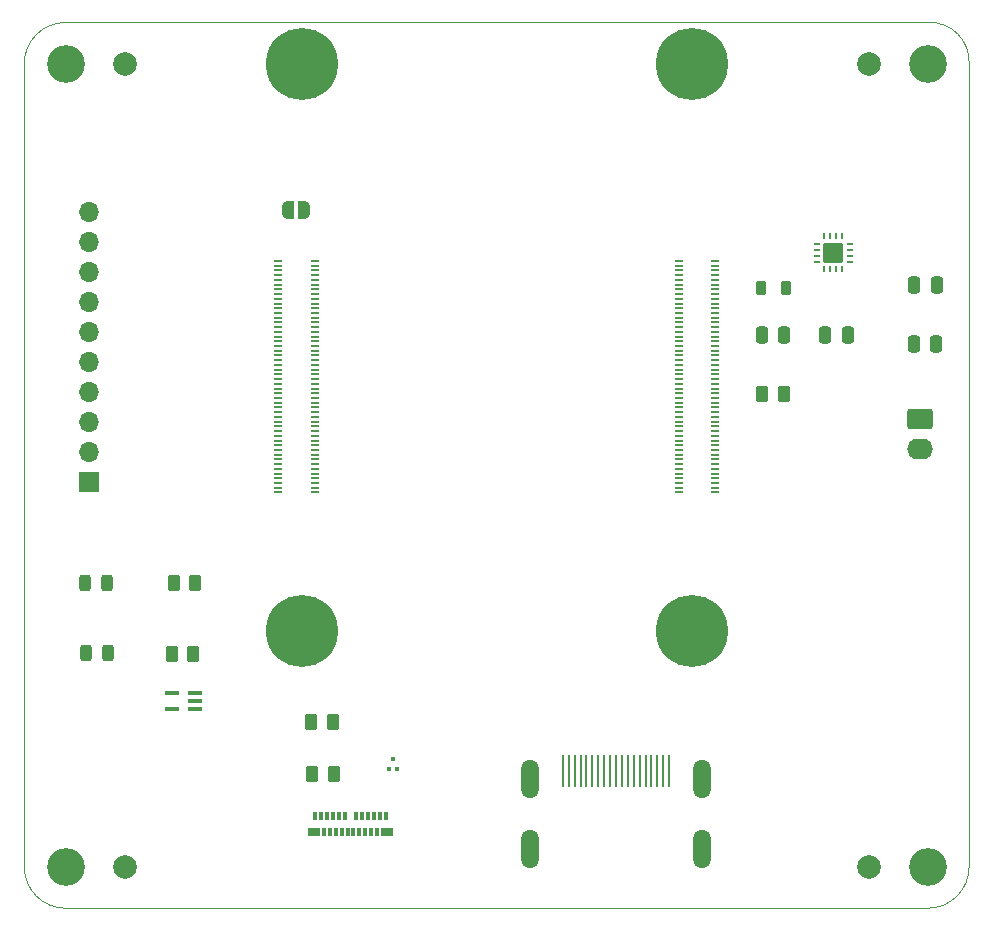
<source format=gts>
%TF.GenerationSoftware,KiCad,Pcbnew,(5.99.0-9568-gb9d26a55f2)*%
%TF.CreationDate,2021-03-08T15:42:01+01:00*%
%TF.ProjectId,cm4_cb_use_v01,636d345f-6362-45f7-9573-655f7630312e,v01*%
%TF.SameCoordinates,PXa0d7c80PY44cb540*%
%TF.FileFunction,Soldermask,Top*%
%TF.FilePolarity,Negative*%
%FSLAX46Y46*%
G04 Gerber Fmt 4.6, Leading zero omitted, Abs format (unit mm)*
G04 Created by KiCad (PCBNEW (5.99.0-9568-gb9d26a55f2)) date 2021-03-08 15:42:01*
%MOMM*%
%LPD*%
G01*
G04 APERTURE LIST*
G04 Aperture macros list*
%AMRoundRect*
0 Rectangle with rounded corners*
0 $1 Rounding radius*
0 $2 $3 $4 $5 $6 $7 $8 $9 X,Y pos of 4 corners*
0 Add a 4 corners polygon primitive as box body*
4,1,4,$2,$3,$4,$5,$6,$7,$8,$9,$2,$3,0*
0 Add four circle primitives for the rounded corners*
1,1,$1+$1,$2,$3*
1,1,$1+$1,$4,$5*
1,1,$1+$1,$6,$7*
1,1,$1+$1,$8,$9*
0 Add four rect primitives between the rounded corners*
20,1,$1+$1,$2,$3,$4,$5,0*
20,1,$1+$1,$4,$5,$6,$7,0*
20,1,$1+$1,$6,$7,$8,$9,0*
20,1,$1+$1,$8,$9,$2,$3,0*%
%AMFreePoly0*
4,1,22,0.500000,-0.750000,0.000000,-0.750000,0.000000,-0.745033,-0.079941,-0.743568,-0.215256,-0.701293,-0.333266,-0.622738,-0.424486,-0.514219,-0.481581,-0.384460,-0.499164,-0.250000,-0.500000,-0.250000,-0.500000,0.250000,-0.499164,0.250000,-0.499963,0.256109,-0.478152,0.396186,-0.417904,0.524511,-0.324060,0.630769,-0.204165,0.706417,-0.067858,0.745374,0.000000,0.744959,0.000000,0.750000,
0.500000,0.750000,0.500000,-0.750000,0.500000,-0.750000,$1*%
%AMFreePoly1*
4,1,20,0.000000,0.744959,0.073905,0.744508,0.209726,0.703889,0.328688,0.626782,0.421226,0.519385,0.479903,0.390333,0.500000,0.250000,0.500000,-0.250000,0.499851,-0.262216,0.476331,-0.402017,0.414519,-0.529596,0.319384,-0.634700,0.198574,-0.708877,0.061801,-0.746166,0.000000,-0.745033,0.000000,-0.750000,-0.500000,-0.750000,-0.500000,0.750000,0.000000,0.750000,0.000000,0.744959,
0.000000,0.744959,$1*%
G04 Aperture macros list end*
%TA.AperFunction,Profile*%
%ADD10C,0.100000*%
%TD*%
%ADD11C,2.000000*%
%ADD12RoundRect,0.250000X-0.250000X-0.475000X0.250000X-0.475000X0.250000X0.475000X-0.250000X0.475000X0*%
%ADD13RoundRect,0.243750X0.243750X0.456250X-0.243750X0.456250X-0.243750X-0.456250X0.243750X-0.456250X0*%
%ADD14R,0.300000X0.300000*%
%ADD15R,0.300000X0.700000*%
%ADD16R,1.000000X0.700000*%
%ADD17RoundRect,0.250000X-0.262500X-0.450000X0.262500X-0.450000X0.262500X0.450000X-0.262500X0.450000X0*%
%ADD18R,1.190000X0.400000*%
%ADD19FreePoly0,180.000000*%
%ADD20FreePoly1,180.000000*%
%ADD21RoundRect,0.218750X0.218750X0.381250X-0.218750X0.381250X-0.218750X-0.381250X0.218750X-0.381250X0*%
%ADD22RoundRect,0.250000X-0.845000X0.620000X-0.845000X-0.620000X0.845000X-0.620000X0.845000X0.620000X0*%
%ADD23O,2.190000X1.740000*%
%ADD24R,1.700000X1.700000*%
%ADD25O,1.700000X1.700000*%
%ADD26C,3.200000*%
%ADD27RoundRect,0.125000X-0.174999X-0.000001X-0.174999X0.000001X0.174999X0.000001X0.174999X-0.000001X0*%
%ADD28RoundRect,0.125000X0.000001X-0.174999X-0.000001X-0.174999X-0.000001X0.174999X0.000001X0.174999X0*%
%ADD29RoundRect,0.203998X-0.646001X-0.646001X0.646001X-0.646001X0.646001X0.646001X-0.646001X0.646001X0*%
%ADD30RoundRect,0.185998X-0.589001X-0.589001X0.589001X-0.589001X0.589001X0.589001X-0.589001X0.589001X0*%
%ADD31C,6.100000*%
%ADD32R,0.700000X0.200000*%
%ADD33RoundRect,0.250000X0.262500X0.450000X-0.262500X0.450000X-0.262500X-0.450000X0.262500X-0.450000X0*%
%ADD34RoundRect,0.250000X0.250000X0.475000X-0.250000X0.475000X-0.250000X-0.475000X0.250000X-0.475000X0*%
%ADD35O,1.500000X3.300000*%
%ADD36R,0.280000X2.700000*%
G04 APERTURE END LIST*
D10*
X-88656000Y23636000D02*
X-15656000Y23636000D01*
X-12156000Y-47864000D02*
X-12156000Y20136000D01*
X-92156000Y20136000D02*
X-92156000Y-47864000D01*
X-12156000Y20136000D02*
G75*
G03*
X-15656000Y23636000I-3325707J174293D01*
G01*
X-92156002Y20136002D02*
G75*
G02*
X-88656000Y23636000I3500000J-2D01*
G01*
X-15655998Y-51363998D02*
G75*
G03*
X-12156000Y-47864000I0J3499998D01*
G01*
X-88656002Y-51364002D02*
G75*
G02*
X-92156000Y-47864000I2J3500000D01*
G01*
X-88656000Y-51364000D02*
X-15656000Y-51364000D01*
D11*
%TO.C,REF\u002A\u002A*%
X-20656000Y-47864000D03*
%TD*%
D12*
%TO.C,C2*%
X-16806000Y1386000D03*
X-14906000Y1386000D03*
%TD*%
D13*
%TO.C,D1*%
X-85168500Y-23864000D03*
X-87043500Y-23864000D03*
%TD*%
D14*
%TO.C,U2*%
X-61310000Y-39541000D03*
X-60610000Y-39541000D03*
X-60960000Y-38691000D03*
%TD*%
D15*
%TO.C,J3*%
X-67535056Y-43594000D03*
X-67035056Y-43594000D03*
X-66535056Y-43594000D03*
X-66035056Y-43594000D03*
X-65535056Y-43594000D03*
X-65035056Y-43594000D03*
X-64035056Y-43594000D03*
X-63535056Y-43594000D03*
X-63035056Y-43594000D03*
X-62535056Y-43594000D03*
X-62035056Y-43594000D03*
X-61535056Y-43594000D03*
D16*
X-61435056Y-44894001D03*
D15*
X-62285056Y-44894001D03*
X-62785056Y-44894001D03*
X-63285056Y-44894001D03*
X-63785056Y-44894001D03*
X-64285056Y-44894001D03*
X-64785056Y-44894001D03*
X-65285056Y-44894001D03*
X-65785056Y-44894001D03*
X-66285056Y-44894001D03*
X-66785056Y-44894001D03*
D16*
X-67635056Y-44894001D03*
%TD*%
D17*
%TO.C,R1*%
X-79656000Y-29814000D03*
X-77831000Y-29814000D03*
%TD*%
D18*
%TO.C,U1*%
X-77696000Y-34464000D03*
X-77696000Y-33814000D03*
X-77696000Y-33164000D03*
X-79616000Y-33164000D03*
X-79616000Y-34464000D03*
%TD*%
D19*
%TO.C,JP1*%
X-68506000Y7736000D03*
D20*
X-69806000Y7736000D03*
%TD*%
D21*
%TO.C,L1*%
X-27693500Y1136000D03*
X-29818500Y1136000D03*
%TD*%
D22*
%TO.C,J4*%
X-16276000Y-9906000D03*
D23*
X-16276000Y-12446000D03*
%TD*%
D24*
%TO.C,J1*%
X-86656000Y-15289000D03*
D25*
X-86656000Y-12749000D03*
X-86656000Y-10209000D03*
X-86656000Y-7669000D03*
X-86656000Y-5129000D03*
X-86656000Y-2589000D03*
X-86656000Y-49000D03*
X-86656000Y2491000D03*
X-86656000Y5031000D03*
X-86656000Y7571000D03*
%TD*%
D26*
%TO.C,REF\u002A\u002A*%
X-15656000Y20136000D03*
%TD*%
D27*
%TO.C,J5*%
X-25056002Y4886001D03*
X-25056002Y4386002D03*
X-25056002Y3886001D03*
X-25056002Y3386001D03*
D28*
X-24406001Y2736000D03*
X-23906002Y2736000D03*
X-23406001Y2736000D03*
X-22906001Y2736000D03*
D27*
X-22256003Y3386001D03*
X-22256003Y3886001D03*
X-22256003Y4386002D03*
X-22256003Y4886001D03*
D28*
X-22906001Y5536000D03*
X-23406001Y5536000D03*
X-23906002Y5536000D03*
X-24406001Y5536000D03*
D29*
X-23655999Y4135999D03*
D30*
X-23656003Y4135999D03*
%TD*%
D17*
%TO.C,R4*%
X-67865000Y-35560000D03*
X-66040000Y-35560000D03*
%TD*%
D11*
%TO.C,REF\u002A\u002A*%
X-83656000Y20136000D03*
%TD*%
D17*
%TO.C,R5*%
X-29668500Y-7864000D03*
X-27843500Y-7864000D03*
%TD*%
D26*
%TO.C,REF\u002A\u002A*%
X-88656000Y-47864000D03*
%TD*%
D31*
%TO.C,Module1*%
X-35656000Y-27864000D03*
X-35656000Y20136000D03*
X-68656000Y20136000D03*
X-68656000Y-27864000D03*
D32*
X-70656000Y3436000D03*
X-67576000Y3436000D03*
X-70656000Y3036000D03*
X-67576000Y3036000D03*
X-70656000Y2636000D03*
X-67576000Y2636000D03*
X-70656000Y2236000D03*
X-67576000Y2236000D03*
X-70656000Y1836000D03*
X-67576000Y1836000D03*
X-70656000Y1436000D03*
X-67576000Y1436000D03*
X-70656000Y1036000D03*
X-67576000Y1036000D03*
X-70656000Y636000D03*
X-67576000Y636000D03*
X-70656000Y236000D03*
X-67576000Y236000D03*
X-70656000Y-164000D03*
X-67576000Y-164000D03*
X-70656000Y-564000D03*
X-67576000Y-564000D03*
X-70656000Y-964000D03*
X-67576000Y-964000D03*
X-70656000Y-1364000D03*
X-67576000Y-1364000D03*
X-70656000Y-1764000D03*
X-67576000Y-1764000D03*
X-70656000Y-2164000D03*
X-67576000Y-2164000D03*
X-70656000Y-2564000D03*
X-67576000Y-2564000D03*
X-70656000Y-2964000D03*
X-67576000Y-2964000D03*
X-70656000Y-3364000D03*
X-67576000Y-3364000D03*
X-70656000Y-3764000D03*
X-67576000Y-3764000D03*
X-70656000Y-4164000D03*
X-67576000Y-4164000D03*
X-70656000Y-4564000D03*
X-67576000Y-4564000D03*
X-70656000Y-4964000D03*
X-67576000Y-4964000D03*
X-70656000Y-5364000D03*
X-67576000Y-5364000D03*
X-70656000Y-5764000D03*
X-67576000Y-5764000D03*
X-70656000Y-6164000D03*
X-67576000Y-6164000D03*
X-70656000Y-6564000D03*
X-67576000Y-6564000D03*
X-70656000Y-6964000D03*
X-67576000Y-6964000D03*
X-70656000Y-7364000D03*
X-67576000Y-7364000D03*
X-70656000Y-7764000D03*
X-67576000Y-7764000D03*
X-70656000Y-8164000D03*
X-67576000Y-8164000D03*
X-70656000Y-8564000D03*
X-67576000Y-8564000D03*
X-70656000Y-8964000D03*
X-67576000Y-8964000D03*
X-70656000Y-9364000D03*
X-67576000Y-9364000D03*
X-70656000Y-9764000D03*
X-67576000Y-9764000D03*
X-70656000Y-10164000D03*
X-67576000Y-10164000D03*
X-70656000Y-10564000D03*
X-67576000Y-10564000D03*
X-70656000Y-10964000D03*
X-67576000Y-10964000D03*
X-70656000Y-11364000D03*
X-67576000Y-11364000D03*
X-70656000Y-11764000D03*
X-67576000Y-11764000D03*
X-70656000Y-12164000D03*
X-67576000Y-12164000D03*
X-70656000Y-12564000D03*
X-67576000Y-12564000D03*
X-70656000Y-12964000D03*
X-67576000Y-12964000D03*
X-70656000Y-13364000D03*
X-67576000Y-13364000D03*
X-70656000Y-13764000D03*
X-67576000Y-13764000D03*
X-70656000Y-14164000D03*
X-67576000Y-14164000D03*
X-70656000Y-14564000D03*
X-67576000Y-14564000D03*
X-70656000Y-14964000D03*
X-67576000Y-14964000D03*
X-70656000Y-15364000D03*
X-67576000Y-15364000D03*
X-70656000Y-15764000D03*
X-67576000Y-15764000D03*
X-70656000Y-16164000D03*
X-67576000Y-16164000D03*
X-36736000Y3436000D03*
X-33656000Y3436000D03*
X-36736000Y3036000D03*
X-33656000Y3036000D03*
X-36736000Y2636000D03*
X-33656000Y2636000D03*
X-36736000Y2236000D03*
X-33656000Y2236000D03*
X-36736000Y1836000D03*
X-33656000Y1836000D03*
X-36736000Y1436000D03*
X-33656000Y1436000D03*
X-36736000Y1036000D03*
X-33656000Y1036000D03*
X-36736000Y636000D03*
X-33656000Y636000D03*
X-36736000Y236000D03*
X-33656000Y236000D03*
X-36736000Y-164000D03*
X-33656000Y-164000D03*
X-36736000Y-564000D03*
X-33656000Y-564000D03*
X-36736000Y-964000D03*
X-33656000Y-964000D03*
X-36736000Y-1364000D03*
X-33656000Y-1364000D03*
X-36736000Y-1764000D03*
X-33656000Y-1764000D03*
X-36736000Y-2164000D03*
X-33656000Y-2164000D03*
X-36736000Y-2564000D03*
X-33656000Y-2564000D03*
X-36736000Y-2964000D03*
X-33656000Y-2964000D03*
X-36736000Y-3364000D03*
X-33656000Y-3364000D03*
X-36736000Y-3764000D03*
X-33656000Y-3764000D03*
X-36736000Y-4164000D03*
X-33656000Y-4164000D03*
X-36736000Y-4564000D03*
X-33656000Y-4564000D03*
X-36736000Y-4964000D03*
X-33656000Y-4964000D03*
X-36736000Y-5364000D03*
X-33656000Y-5364000D03*
X-36736000Y-5764000D03*
X-33656000Y-5764000D03*
X-36736000Y-6164000D03*
X-33656000Y-6164000D03*
X-36736000Y-6564000D03*
X-33656000Y-6564000D03*
X-36736000Y-6964000D03*
X-33656000Y-6964000D03*
X-36736000Y-7364000D03*
X-33656000Y-7364000D03*
X-36736000Y-7764000D03*
X-33656000Y-7764000D03*
X-36736000Y-8164000D03*
X-33656000Y-8164000D03*
X-36736000Y-8564000D03*
X-33656000Y-8564000D03*
X-36736000Y-8964000D03*
X-33656000Y-8964000D03*
X-36736000Y-9364000D03*
X-33656000Y-9364000D03*
X-36736000Y-9764000D03*
X-33656000Y-9764000D03*
X-36736000Y-10164000D03*
X-33656000Y-10164000D03*
X-36736000Y-10564000D03*
X-33656000Y-10564000D03*
X-36736000Y-10964000D03*
X-33656000Y-10964000D03*
X-36736000Y-11364000D03*
X-33656000Y-11364000D03*
X-36736000Y-11764000D03*
X-33656000Y-11764000D03*
X-36736000Y-12164000D03*
X-33656000Y-12164000D03*
X-36736000Y-12564000D03*
X-33656000Y-12564000D03*
X-36736000Y-12964000D03*
X-33656000Y-12964000D03*
X-36736000Y-13364000D03*
X-33656000Y-13364000D03*
X-36736000Y-13764000D03*
X-33656000Y-13764000D03*
X-36736000Y-14164000D03*
X-33656000Y-14164000D03*
X-36736000Y-14564000D03*
X-33656000Y-14564000D03*
X-36736000Y-14964000D03*
X-33656000Y-14964000D03*
X-36736000Y-15364000D03*
X-33656000Y-15364000D03*
X-36736000Y-15764000D03*
X-33656000Y-15764000D03*
X-36736000Y-16164000D03*
X-33656000Y-16164000D03*
%TD*%
D33*
%TO.C,R3*%
X-65952500Y-39994000D03*
X-67777500Y-39994000D03*
%TD*%
D12*
%TO.C,C4*%
X-29706000Y-2864000D03*
X-27806000Y-2864000D03*
%TD*%
%TO.C,C1*%
X-16856000Y-3614000D03*
X-14956000Y-3614000D03*
%TD*%
D34*
%TO.C,C3*%
X-22418000Y-2864000D03*
X-24318000Y-2864000D03*
%TD*%
D26*
%TO.C,REF\u002A\u002A*%
X-15656000Y-47864000D03*
%TD*%
D11*
%TO.C,REF\u002A\u002A*%
X-20656000Y20136000D03*
%TD*%
D26*
%TO.C,REF\u002A\u002A*%
X-88656000Y20136000D03*
%TD*%
D13*
%TO.C,D2*%
X-85081000Y-29764000D03*
X-86956000Y-29764000D03*
%TD*%
D17*
%TO.C,R2*%
X-79518500Y-23814000D03*
X-77693500Y-23814000D03*
%TD*%
D35*
%TO.C,J2*%
X-49306000Y-40409000D03*
X-34806000Y-40409000D03*
X-49306000Y-46369000D03*
X-34806000Y-46369000D03*
D36*
X-37556000Y-39759000D03*
X-38056000Y-39759000D03*
X-38556000Y-39759000D03*
X-39056000Y-39759000D03*
X-39556000Y-39759000D03*
X-40056000Y-39759000D03*
X-40556000Y-39759000D03*
X-41056000Y-39759000D03*
X-41556000Y-39759000D03*
X-42056000Y-39759000D03*
X-42556000Y-39759000D03*
X-43056000Y-39759000D03*
X-43556000Y-39759000D03*
X-44056000Y-39759000D03*
X-44556000Y-39759000D03*
X-45056000Y-39759000D03*
X-45556000Y-39759000D03*
X-46056000Y-39759000D03*
X-46556000Y-39759000D03*
%TD*%
D11*
%TO.C,REF\u002A\u002A*%
X-83656000Y-47864000D03*
%TD*%
M02*

</source>
